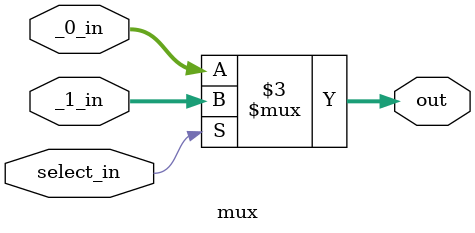
<source format=v>
module mux#(parameter W = 32)
	(
	input select_in,
	input [W-1:0] _0_in,
	input [W-1:0] _1_in,
	output reg [W-1:0] out
	);

	always @(*)
		begin
			out= 32'h003FFFFC;
			if(select_in)
				begin
					out = _1_in;
				end
			else
				begin
					out = _0_in;
				end
		end
endmodule

</source>
